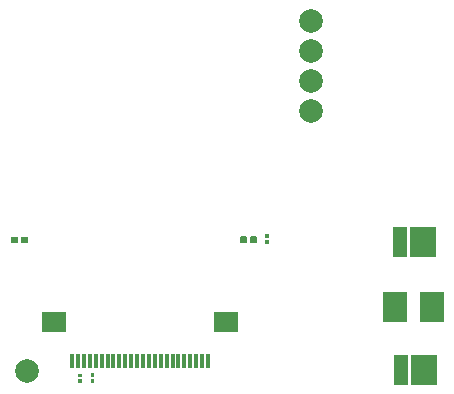
<source format=gtp>
G04*
G04 #@! TF.GenerationSoftware,Altium Limited,Altium Designer,24.2.2 (26)*
G04*
G04 Layer_Color=8421504*
%FSLAX44Y44*%
%MOMM*%
G71*
G04*
G04 #@! TF.SameCoordinates,B64C3CBE-EE26-4C86-9773-21E75D238B38*
G04*
G04*
G04 #@! TF.FilePolarity,Positive*
G04*
G01*
G75*
%ADD14C,2.0000*%
%ADD15R,2.2000X2.5000*%
%ADD16R,1.2000X2.5000*%
%ADD17R,2.0000X2.5920*%
%ADD18R,0.3000X1.2000*%
%ADD19R,2.0000X1.8000*%
G36*
X283814Y221364D02*
Y218723D01*
X283574Y218483D01*
X280814D01*
X280574Y218723D01*
Y221364D01*
X280814Y221604D01*
X283574D01*
X283814Y221364D01*
D02*
G37*
G36*
X273613Y219724D02*
Y215124D01*
X273213Y214724D01*
X268206D01*
X267806Y215124D01*
Y219724D01*
X268206Y220124D01*
X273213D01*
X273613Y219724D01*
D02*
G37*
G36*
X265106D02*
Y215124D01*
X264706Y214724D01*
X259700D01*
X259300Y215124D01*
Y219724D01*
X259700Y220124D01*
X264706D01*
X265106Y219724D01*
D02*
G37*
G36*
X79546Y219216D02*
Y214616D01*
X79146Y214216D01*
X74140D01*
X73740Y214616D01*
Y219216D01*
X74140Y219616D01*
X79146D01*
X79546Y219216D01*
D02*
G37*
G36*
X71040D02*
Y214616D01*
X70640Y214216D01*
X65634D01*
X65233Y214616D01*
Y219216D01*
X65634Y219616D01*
X70640D01*
X71040Y219216D01*
D02*
G37*
G36*
X283814Y216623D02*
Y213981D01*
X283574Y213742D01*
X280814D01*
X280574Y213981D01*
Y216623D01*
X280814Y216863D01*
X283574D01*
X283814Y216623D01*
D02*
G37*
G36*
X135986Y103638D02*
Y100997D01*
X135746Y100757D01*
X132986D01*
X132746Y100997D01*
Y103638D01*
X132986Y103878D01*
X135746D01*
X135986Y103638D01*
D02*
G37*
G36*
X125318Y103384D02*
Y100743D01*
X125078Y100503D01*
X122318D01*
X122078Y100743D01*
Y103384D01*
X122318Y103624D01*
X125078D01*
X125318Y103384D01*
D02*
G37*
G36*
X135986Y98896D02*
Y96255D01*
X135746Y96015D01*
X132986D01*
X132746Y96255D01*
Y98896D01*
X132986Y99136D01*
X135746D01*
X135986Y98896D01*
D02*
G37*
G36*
X125318Y98642D02*
Y96001D01*
X125078Y95761D01*
X122318D01*
X122078Y96001D01*
Y98642D01*
X122318Y98883D01*
X125078D01*
X125318Y98642D01*
D02*
G37*
D14*
X79248Y105664D02*
D03*
X319532Y402033D02*
D03*
Y351233D02*
D03*
Y376633D02*
D03*
Y325833D02*
D03*
D15*
X414528Y214884D02*
D03*
X415290Y106934D02*
D03*
D16*
X395028Y214884D02*
D03*
X395790Y106934D02*
D03*
D17*
X390723Y160528D02*
D03*
X421569D02*
D03*
D18*
X232156Y114554D02*
D03*
X227155D02*
D03*
X222156D02*
D03*
X217155D02*
D03*
X212156D02*
D03*
X207155D02*
D03*
X202156D02*
D03*
X197155D02*
D03*
X192156D02*
D03*
X187155D02*
D03*
X182156D02*
D03*
X177155D02*
D03*
X172156D02*
D03*
X167155D02*
D03*
X162156D02*
D03*
X157155D02*
D03*
X152156D02*
D03*
X147155D02*
D03*
X142156D02*
D03*
X137155D02*
D03*
X132156D02*
D03*
X127155D02*
D03*
X122156D02*
D03*
X117155D02*
D03*
D19*
X247655Y147053D02*
D03*
X101656D02*
D03*
M02*

</source>
